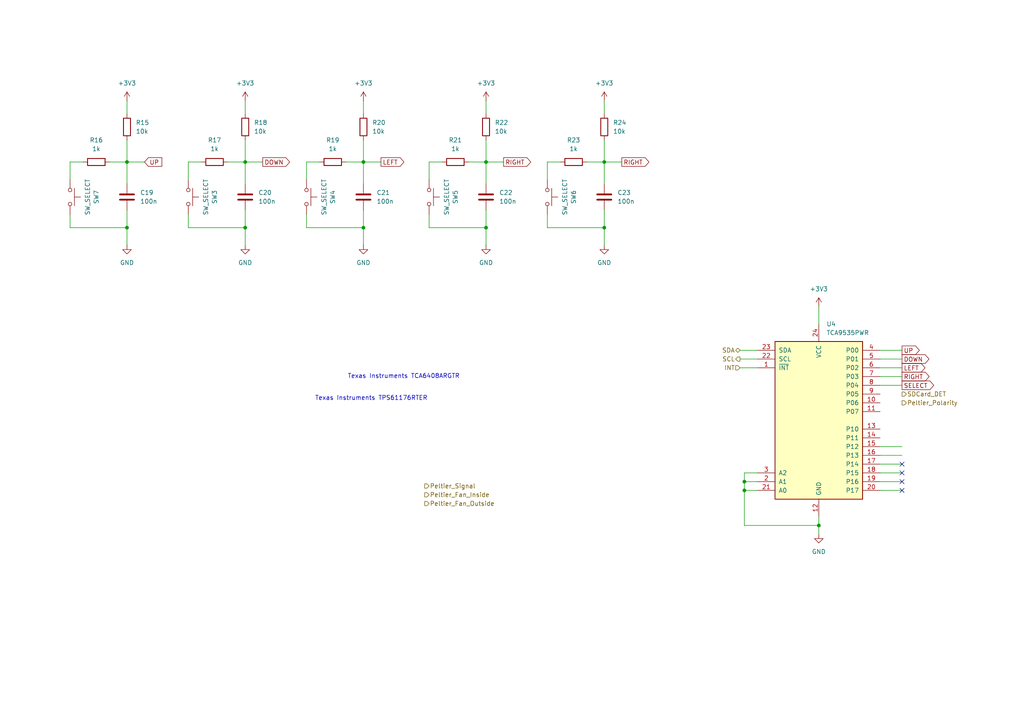
<source format=kicad_sch>
(kicad_sch (version 20231120) (generator "eeschema") (generator_version "8.0")
  (paper "A4")
  (lib_symbols
    (symbol "Device:C" (pin_numbers hide) (pin_names (offset 0.254))
      (property "Reference" "C" (at 0.635 2.54 0))
      (property "Value" "C" (at 0.635 -2.54 0))
      (symbol "C_0_1"
        (polyline (pts (xy -2.032 -0.762) (xy 2.032 -0.762)) (stroke (width 0.508)))
        (polyline (pts (xy -2.032 0.762) (xy 2.032 0.762)) (stroke (width 0.508)))
      )
      (symbol "C_1_1"
        (pin passive line (at 0 3.81 270) (length 2.794) (name "~") (number "1"))
        (pin passive line (at 0 -3.81 90) (length 2.794) (name "~") (number "2"))
      )
    )
    (symbol "Device:R" (pin_numbers hide) (pin_names (offset 0))
      (property "Reference" "R" (at 2.032 0 90))
      (property "Value" "R" (at 0 0 90))
      (symbol "R_0_1"
        (rectangle (start -1.016 -2.54) (end 1.016 2.54) (stroke (width 0.254)))
      )
      (symbol "R_1_1"
        (pin passive line (at 0 3.81 270) (length 1.27) (name "~") (number "1"))
        (pin passive line (at 0 -3.81 90) (length 1.27) (name "~") (number "2"))
      )
    )
    (symbol "GND_1" (power) (pin_numbers hide) (pin_names (offset 0) hide)
      (property "Value" "GND" (at 0 -3.81 0))
      (symbol "GND_1_0_1"
        (polyline (pts (xy 0 0) (xy 0 -1.27) (xy 1.27 -1.27) (xy 0 -2.54) (xy -1.27 -1.27) (xy 0 -1.27)))
      )
      (symbol "GND_1_1_1"
        (pin power_in line (at 0 0 270) (length 0) (name "~") (number "1"))
      )
    )
    (symbol "Interface_Expansion:TCA9535PWR" (pin_names (offset 1.016))
      (property "Reference" "U" (at -11.43 24.13 0))
      (property "Value" "TCA9535PWR" (at 0 0 0))
      (symbol "TCA9535PWR_0_1"
        (rectangle (start -12.7 22.86) (end 12.7 -22.86) (stroke (width 0.254)) (fill (type background)))
      )
      (symbol "TCA9535PWR_1_1"
        (pin open_collector line (at -17.78 15.24 0) (length 5.08) (name "~{INT}") (number "1"))
        (pin bidirectional line (at 17.78 5.08 180) (length 5.08) (name "P06") (number "10"))
        (pin bidirectional line (at 17.78 2.54 180) (length 5.08) (name "P07") (number "11"))
        (pin power_in line (at 0 -27.94 90) (length 5.08) (name "GND") (number "12"))
        (pin bidirectional line (at 17.78 -2.54 180) (length 5.08) (name "P10") (number "13"))
        (pin bidirectional line (at 17.78 -5.08 180) (length 5.08) (name "P11") (number "14"))
        (pin bidirectional line (at 17.78 -7.62 180) (length 5.08) (name "P12") (number "15"))
        (pin bidirectional line (at 17.78 -10.16 180) (length 5.08) (name "P13") (number "16"))
        (pin bidirectional line (at 17.78 -12.7 180) (length 5.08) (name "P14") (number "17"))
        (pin bidirectional line (at 17.78 -15.24 180) (length 5.08) (name "P15") (number "18"))
        (pin bidirectional line (at 17.78 -17.78 180) (length 5.08) (name "P16") (number "19"))
        (pin input line (at -17.78 -17.78 0) (length 5.08) (name "A1") (number "2"))
        (pin bidirectional line (at 17.78 -20.32 180) (length 5.08) (name "P17") (number "20"))
        (pin input line (at -17.78 -20.32 0) (length 5.08) (name "A0") (number "21"))
        (pin input line (at -17.78 17.78 0) (length 5.08) (name "SCL") (number "22"))
        (pin bidirectional line (at -17.78 20.32 0) (length 5.08) (name "SDA") (number "23"))
        (pin power_in line (at 0 27.94 270) (length 5.08) (name "VCC") (number "24"))
        (pin input line (at -17.78 -15.24 0) (length 5.08) (name "A2") (number "3"))
        (pin bidirectional line (at 17.78 20.32 180) (length 5.08) (name "P00") (number "4"))
        (pin bidirectional line (at 17.78 17.78 180) (length 5.08) (name "P01") (number "5"))
        (pin bidirectional line (at 17.78 15.24 180) (length 5.08) (name "P02") (number "6"))
        (pin bidirectional line (at 17.78 12.7 180) (length 5.08) (name "P03") (number "7"))
        (pin bidirectional line (at 17.78 10.16 180) (length 5.08) (name "P04") (number "8"))
        (pin bidirectional line (at 17.78 7.62 180) (length 5.08) (name "P05") (number "9"))
      )
    )
    (symbol "Switch:SW_Push" (pin_numbers hide) (pin_names (offset 1.016) hide)
      (property "Reference" "SW" (at 1.27 2.54 0))
      (property "Value" "SW_Push" (at 0 -1.524 0))
      (symbol "SW_Push_0_1"
        (circle (center -2.032 0) (radius 0.508))
        (polyline (pts (xy 0 1.27) (xy 0 3.048)))
        (polyline (pts (xy 2.54 1.27) (xy -2.54 1.27)))
        (circle (center 2.032 0) (radius 0.508))
        (pin passive line (at -5.08 0 0) (length 2.54) (name "1") (number "1"))
        (pin passive line (at 5.08 0 180) (length 2.54) (name "2") (number "2"))
      )
    )
    (symbol "power:+3V3" (power) (pin_numbers hide) (pin_names (offset 0) hide)
      (property "Value" "+3V3" (at 0 3.556 0))
      (symbol "+3V3_0_1"
        (polyline (pts (xy -0.762 1.27) (xy 0 2.54)))
        (polyline (pts (xy 0 0) (xy 0 2.54)))
        (polyline (pts (xy 0 2.54) (xy 0.762 1.27)))
      )
      (symbol "+3V3_1_1"
        (pin power_in line (at 0 0 90) (length 0) (name "~") (number "1"))
      )
    )
    (symbol "power:GND" (power) (pin_names (offset 0))
      (property "Value" "GND" (at 0 -3.81 0))
      (symbol "GND_0_1"
        (polyline (pts (xy 0 0) (xy 0 -1.27) (xy 1.27 -1.27) (xy 0 -2.54) (xy -1.27 -1.27) (xy 0 -1.27)))
      )
      (symbol "GND_1_1"
        (pin power_in line (at 0 0 270) (length 0) hide (name "GND") (number "1"))
      )
    )
  )
  (junction (at 175.26 66.04))
  (junction (at 71.12 66.04))
  (junction (at 105.41 66.04))
  (junction (at 175.26 46.99))
  (junction (at 140.97 46.99))
  (junction (at 215.9 142.24))
  (junction (at 215.9 139.7))
  (junction (at 237.49 152.4))
  (junction (at 71.12 46.99))
  (junction (at 36.83 46.99))
  (junction (at 140.97 66.04))
  (junction (at 105.41 46.99))
  (junction (at 36.83 66.04))
  (no_connect (at 261.62 134.62))
  (no_connect (at 261.62 137.16))
  (no_connect (at 261.62 139.7))
  (no_connect (at 261.62 142.24))
  (wire (pts (xy 219.71 137.16) (xy 215.9 137.16)))
  (wire (pts (xy 175.26 29.21) (xy 175.26 33.02)))
  (wire (pts (xy 36.83 66.04) (xy 36.83 71.12)))
  (wire (pts (xy 124.46 62.23) (xy 124.46 66.04)))
  (wire (pts (xy 261.62 109.22) (xy 255.27 109.22)))
  (wire (pts (xy 88.9 46.99) (xy 88.9 52.07)))
  (wire (pts (xy 158.75 66.04) (xy 175.26 66.04)))
  (wire (pts (xy 71.12 46.99) (xy 71.12 53.34)))
  (wire (pts (xy 105.41 66.04) (xy 105.41 71.12)))
  (wire (pts (xy 36.83 40.64) (xy 36.83 46.99)))
  (wire (pts (xy 215.9 152.4) (xy 237.49 152.4)))
  (wire (pts (xy 140.97 46.99) (xy 146.05 46.99)))
  (wire (pts (xy 175.26 60.96) (xy 175.26 66.04)))
  (wire (pts (xy 71.12 40.64) (xy 71.12 46.99)))
  (wire (pts (xy 128.27 46.99) (xy 124.46 46.99)))
  (wire (pts (xy 261.62 129.54) (xy 255.27 129.54)))
  (wire (pts (xy 71.12 46.99) (xy 76.2 46.99)))
  (wire (pts (xy 237.49 88.9) (xy 237.49 93.98)))
  (wire (pts (xy 100.33 46.99) (xy 105.41 46.99)))
  (wire (pts (xy 175.26 46.99) (xy 180.34 46.99)))
  (wire (pts (xy 66.04 46.99) (xy 71.12 46.99)))
  (wire (pts (xy 158.75 46.99) (xy 158.75 52.07)))
  (wire (pts (xy 88.9 62.23) (xy 88.9 66.04)))
  (wire (pts (xy 237.49 152.4) (xy 237.49 154.94)))
  (wire (pts (xy 88.9 66.04) (xy 105.41 66.04)))
  (wire (pts (xy 124.46 46.99) (xy 124.46 52.07)))
  (wire (pts (xy 158.75 62.23) (xy 158.75 66.04)))
  (wire (pts (xy 24.13 46.99) (xy 20.32 46.99)))
  (wire (pts (xy 215.9 139.7) (xy 215.9 142.24)))
  (wire (pts (xy 31.75 46.99) (xy 36.83 46.99)))
  (wire (pts (xy 58.42 46.99) (xy 54.61 46.99)))
  (wire (pts (xy 54.61 62.23) (xy 54.61 66.04)))
  (wire (pts (xy 36.83 46.99) (xy 41.91 46.99)))
  (wire (pts (xy 54.61 46.99) (xy 54.61 52.07)))
  (wire (pts (xy 261.62 106.68) (xy 255.27 106.68)))
  (wire (pts (xy 261.62 104.14) (xy 255.27 104.14)))
  (wire (pts (xy 261.62 101.6) (xy 255.27 101.6)))
  (wire (pts (xy 36.83 60.96) (xy 36.83 66.04)))
  (wire (pts (xy 140.97 29.21) (xy 140.97 33.02)))
  (wire (pts (xy 20.32 66.04) (xy 36.83 66.04)))
  (wire (pts (xy 135.89 46.99) (xy 140.97 46.99)))
  (wire (pts (xy 124.46 66.04) (xy 140.97 66.04)))
  (wire (pts (xy 214.63 106.68) (xy 219.71 106.68)))
  (wire (pts (xy 237.49 149.86) (xy 237.49 152.4)))
  (wire (pts (xy 71.12 29.21) (xy 71.12 33.02)))
  (wire (pts (xy 20.32 62.23) (xy 20.32 66.04)))
  (wire (pts (xy 71.12 66.04) (xy 71.12 71.12)))
  (wire (pts (xy 261.62 111.76) (xy 255.27 111.76)))
  (wire (pts (xy 170.18 46.99) (xy 175.26 46.99)))
  (wire (pts (xy 140.97 46.99) (xy 140.97 53.34)))
  (wire (pts (xy 175.26 40.64) (xy 175.26 46.99)))
  (wire (pts (xy 36.83 46.99) (xy 36.83 53.34)))
  (wire (pts (xy 105.41 60.96) (xy 105.41 66.04)))
  (wire (pts (xy 219.71 139.7) (xy 215.9 139.7)))
  (wire (pts (xy 105.41 46.99) (xy 105.41 53.34)))
  (wire (pts (xy 71.12 60.96) (xy 71.12 66.04)))
  (wire (pts (xy 54.61 66.04) (xy 71.12 66.04)))
  (wire (pts (xy 261.62 134.62) (xy 255.27 134.62)))
  (wire (pts (xy 105.41 29.21) (xy 105.41 33.02)))
  (wire (pts (xy 20.32 46.99) (xy 20.32 52.07)))
  (wire (pts (xy 105.41 40.64) (xy 105.41 46.99)))
  (wire (pts (xy 214.63 104.14) (xy 219.71 104.14)))
  (wire (pts (xy 261.62 139.7) (xy 255.27 139.7)))
  (wire (pts (xy 140.97 66.04) (xy 140.97 71.12)))
  (wire (pts (xy 214.63 101.6) (xy 219.71 101.6)))
  (wire (pts (xy 105.41 46.99) (xy 110.49 46.99)))
  (wire (pts (xy 215.9 137.16) (xy 215.9 139.7)))
  (wire (pts (xy 261.62 142.24) (xy 255.27 142.24)))
  (wire (pts (xy 255.27 132.08) (xy 261.62 132.08)))
  (wire (pts (xy 162.56 46.99) (xy 158.75 46.99)))
  (wire (pts (xy 215.9 142.24) (xy 215.9 152.4)))
  (wire (pts (xy 175.26 66.04) (xy 175.26 71.12)))
  (wire (pts (xy 261.62 137.16) (xy 255.27 137.16)))
  (wire (pts (xy 219.71 142.24) (xy 215.9 142.24)))
  (wire (pts (xy 140.97 60.96) (xy 140.97 66.04)))
  (wire (pts (xy 36.83 29.21) (xy 36.83 33.02)))
  (wire (pts (xy 92.71 46.99) (xy 88.9 46.99)))
  (wire (pts (xy 175.26 46.99) (xy 175.26 53.34)))
  (wire (pts (xy 140.97 40.64) (xy 140.97 46.99)))
  (text "Texas Instruments TCA6408ARGTR" (at 117.094 109.22 0) (effects (font (size 1.27 1.27))))
  (text "Texas Instruments TPS61176RTER" (at 107.696 115.57 0) (effects (font (size 1.27 1.27))))
  (global_label "DOWN" (shape output) (at 261.62 104.14 0) (property "Intersheetrefs" "${INTERSHEET_REFS}" (effects (hide yes))))
  (global_label "LEFT" (shape output) (at 110.49 46.99 0) (property "Intersheetrefs" "${INTERSHEET_REFS}" (effects (hide yes))))
  (global_label "RIGHT" (shape output) (at 261.62 109.22 0) (property "Intersheetrefs" "${INTERSHEET_REFS}" (effects (hide yes))))
  (global_label "RIGHT" (shape output) (at 146.05 46.99 0) (property "Intersheetrefs" "${INTERSHEET_REFS}" (effects (hide yes))))
  (global_label "SELECT" (shape output) (at 261.62 111.76 0) (property "Intersheetrefs" "${INTERSHEET_REFS}" (effects (hide yes))))
  (global_label "UP" (shape output) (at 261.62 101.6 0) (property "Intersheetrefs" "${INTERSHEET_REFS}" (effects (hide yes))))
  (global_label "RIGHT" (shape output) (at 180.34 46.99 0) (property "Intersheetrefs" "${INTERSHEET_REFS}" (effects (hide yes))))
  (global_label "DOWN" (shape output) (at 76.2 46.99 0) (property "Intersheetrefs" "${INTERSHEET_REFS}" (effects (hide yes))))
  (global_label "LEFT" (shape output) (at 261.62 106.68 0) (property "Intersheetrefs" "${INTERSHEET_REFS}" (effects (hide yes))))
  (global_label "UP" (shape input) (at 41.91 46.99 0) (property "Intersheetrefs" "${INTERSHEET_REFS}" (effects (hide yes))))
  (hierarchical_label "Peltier_Signal" (shape output) (at 123.19 140.97 0))
  (hierarchical_label "Peltier_Fan_Inside" (shape output) (at 123.19 143.51 0))
  (hierarchical_label "Peltier_Fan_Outside" (shape output) (at 123.19 146.05 0))
  (hierarchical_label "SDA" (shape bidirectional) (at 214.63 101.6 180))
  (hierarchical_label "INT" (shape input) (at 214.63 106.68 180))
  (hierarchical_label "SDCard_DET" (shape output) (at 261.62 114.3 0))
  (hierarchical_label "Peltier_Polarity" (shape output) (at 261.62 116.84 0))
  (hierarchical_label "SCL" (shape output) (at 214.63 104.14 180))
  (symbol (lib_id "power:+3V3") (at 140.97 29.21 0) (unit 1)
    (property "Reference" "#PWR032" (effects (hide yes)))
    (property "Value" "+3V3" (at 140.97 24.13 0))
    (property "Description" "Power symbol creates a global label with name \"+3V3\"" (effects (hide yes)))
  )
  (symbol (lib_id "power:+3V3") (at 105.41 29.21 0) (unit 1)
    (property "Reference" "#PWR016" (effects (hide yes)))
    (property "Value" "+3V3" (at 105.41 24.13 0))
    (property "Description" "Power symbol creates a global label with name \"+3V3\"" (effects (hide yes)))
  )
  (symbol (lib_id "Interface_Expansion:TCA9535PWR") (at 237.49 121.92 0) (unit 1)
    (property "Reference" "U4" (at 239.6841 93.98 0) (effects (justify left)))
    (property "Value" "TCA9535PWR" (at 239.6841 96.52 0) (effects (justify left)))
    (property "Footprint" "Package_SO:TSSOP-24_4.4x7.8mm_P0.65mm" (effects (hide yes)))
    (property "Datasheet" "http://www.ti.com/lit/ds/symlink/tca9535.pdf" (effects (hide yes)))
  )
  (symbol (lib_name "GND_1") (lib_id "power:GND") (at 175.26 71.12 0) (unit 1)
    (property "Reference" "#PWR035" (effects (hide yes)))
    (property "Value" "GND" (at 175.26 76.2 0))
    (property "Description" "Power symbol creates a global label with name \"GND\" , ground" (effects (hide yes)))
  )
  (symbol (lib_id "Switch:SW_Push") (at 20.32 57.15 270) (unit 1)
    (property "Reference" "SW7" (at 27.94 57.15 0))
    (property "Value" "SW_SELECT" (at 25.4 57.15 0))
    (property "Description" "Push button switch, generic, two pins" (effects (hide yes)))
  )
  (symbol (lib_name "GND_1") (lib_id "power:GND") (at 71.12 71.12 0) (unit 1)
    (property "Reference" "#PWR015" (effects (hide yes)))
    (property "Value" "GND" (at 71.12 76.2 0))
    (property "Description" "Power symbol creates a global label with name \"GND\" , ground" (effects (hide yes)))
  )
  (symbol (lib_id "Device:R") (at 36.83 36.83 0) (unit 1)
    (property "Reference" "R15" (at 39.37 35.5599 0) (effects (justify left)))
    (property "Value" "10k" (at 39.37 38.0999 0) (effects (justify left)))
    (property "Footprint" "Resistor_SMD:R_0402_1005Metric_Pad0.72x0.64mm_HandSolder" (effects (hide yes)))
  )
  (symbol (lib_id "Switch:SW_Push") (at 124.46 57.15 270) (unit 1)
    (property "Reference" "SW5" (at 132.08 57.15 0))
    (property "Value" "SW_SELECT" (at 129.54 57.15 0))
    (property "Description" "Push button switch, generic, two pins" (effects (hide yes)))
  )
  (symbol (lib_id "power:+3V3") (at 237.49 88.9 0) (unit 1)
    (property "Reference" "#PWR028" (effects (hide yes)))
    (property "Value" "+3V3" (at 237.49 83.82 0))
    (property "Description" "Power symbol creates a global label with name \"+3V3\"" (effects (hide yes)))
  )
  (symbol (lib_id "Device:R") (at 71.12 36.83 0) (unit 1)
    (property "Reference" "R18" (at 73.66 35.5599 0) (effects (justify left)))
    (property "Value" "10k" (at 73.66 38.0999 0) (effects (justify left)))
    (property "Footprint" "Resistor_SMD:R_0402_1005Metric_Pad0.72x0.64mm_HandSolder" (effects (hide yes)))
  )
  (symbol (lib_id "Device:R") (at 166.37 46.99 90) (unit 1)
    (property "Reference" "R23" (at 166.37 40.64 90))
    (property "Value" "1k" (at 166.37 43.18 90))
    (property "Footprint" "Resistor_SMD:R_0402_1005Metric_Pad0.72x0.64mm_HandSolder" (effects (hide yes)))
  )
  (symbol (lib_id "power:+3V3") (at 71.12 29.21 0) (unit 1)
    (property "Reference" "#PWR013" (effects (hide yes)))
    (property "Value" "+3V3" (at 71.12 24.13 0))
    (property "Description" "Power symbol creates a global label with name \"+3V3\"" (effects (hide yes)))
  )
  (symbol (lib_id "Device:R") (at 62.23 46.99 90) (unit 1)
    (property "Reference" "R17" (at 62.23 40.64 90))
    (property "Value" "1k" (at 62.23 43.18 90))
    (property "Footprint" "Resistor_SMD:R_0402_1005Metric_Pad0.72x0.64mm_HandSolder" (effects (hide yes)))
  )
  (symbol (lib_id "Device:R") (at 27.94 46.99 90) (unit 1)
    (property "Reference" "R16" (at 27.94 40.64 90))
    (property "Value" "1k" (at 27.94 43.18 90))
    (property "Footprint" "Resistor_SMD:R_0402_1005Metric_Pad0.72x0.64mm_HandSolder" (effects (hide yes)))
  )
  (symbol (lib_id "Device:R") (at 132.08 46.99 90) (unit 1)
    (property "Reference" "R21" (at 132.08 40.64 90))
    (property "Value" "1k" (at 132.08 43.18 90))
    (property "Footprint" "Resistor_SMD:R_0402_1005Metric_Pad0.72x0.64mm_HandSolder" (effects (hide yes)))
  )
  (symbol (lib_id "Switch:SW_Push") (at 158.75 57.15 270) (unit 1)
    (property "Reference" "SW6" (at 166.37 57.15 0))
    (property "Value" "SW_SELECT" (at 163.83 57.15 0))
    (property "Description" "Push button switch, generic, two pins" (effects (hide yes)))
  )
  (symbol (lib_name "GND_1") (lib_id "power:GND") (at 36.83 71.12 0) (unit 1)
    (property "Reference" "#PWR030" (effects (hide yes)))
    (property "Value" "GND" (at 36.83 76.2 0))
    (property "Description" "Power symbol creates a global label with name \"GND\" , ground" (effects (hide yes)))
  )
  (symbol (lib_id "Device:R") (at 140.97 36.83 0) (unit 1)
    (property "Reference" "R22" (at 143.51 35.5599 0) (effects (justify left)))
    (property "Value" "10k" (at 143.51 38.0999 0) (effects (justify left)))
    (property "Footprint" "Resistor_SMD:R_0402_1005Metric_Pad0.72x0.64mm_HandSolder" (effects (hide yes)))
  )
  (symbol (lib_id "Switch:SW_Push") (at 54.61 57.15 270) (unit 1)
    (property "Reference" "SW3" (at 62.23 57.15 0))
    (property "Value" "SW_SELECT" (at 59.69 57.15 0))
    (property "Description" "Push button switch, generic, two pins" (effects (hide yes)))
  )
  (symbol (lib_id "Device:C") (at 140.97 57.15 0) (unit 1)
    (property "Reference" "C22" (at 144.78 55.8799 0) (effects (justify left)))
    (property "Value" "100n" (at 144.78 58.42 0) (effects (justify left)))
    (property "Footprint" "Capacitor_SMD:C_0402_1005Metric_Pad0.74x0.62mm_HandSolder" (effects (hide yes)))
  )
  (symbol (lib_id "power:+3V3") (at 36.83 29.21 0) (unit 1)
    (property "Reference" "#PWR029" (effects (hide yes)))
    (property "Value" "+3V3" (at 36.83 24.13 0))
    (property "Description" "Power symbol creates a global label with name \"+3V3\"" (effects (hide yes)))
  )
  (symbol (lib_id "Device:C") (at 71.12 57.15 0) (unit 1)
    (property "Reference" "C20" (at 74.93 55.8799 0) (effects (justify left)))
    (property "Value" "100n" (at 74.93 58.42 0) (effects (justify left)))
    (property "Footprint" "Capacitor_SMD:C_0402_1005Metric_Pad0.74x0.62mm_HandSolder" (effects (hide yes)))
  )
  (symbol (lib_name "GND_1") (lib_id "power:GND") (at 105.41 71.12 0) (unit 1)
    (property "Reference" "#PWR017" (effects (hide yes)))
    (property "Value" "GND" (at 105.41 76.2 0))
    (property "Description" "Power symbol creates a global label with name \"GND\" , ground" (effects (hide yes)))
  )
  (symbol (lib_id "Device:C") (at 36.83 57.15 0) (unit 1)
    (property "Reference" "C19" (at 40.64 55.8799 0) (effects (justify left)))
    (property "Value" "100n" (at 40.64 58.42 0) (effects (justify left)))
    (property "Footprint" "Capacitor_SMD:C_0402_1005Metric_Pad0.74x0.62mm_HandSolder" (effects (hide yes)))
  )
  (symbol (lib_id "power:+3V3") (at 175.26 29.21 0) (unit 1)
    (property "Reference" "#PWR034" (effects (hide yes)))
    (property "Value" "+3V3" (at 175.26 24.13 0))
    (property "Description" "Power symbol creates a global label with name \"+3V3\"" (effects (hide yes)))
  )
  (symbol (lib_name "GND_1") (lib_id "power:GND") (at 140.97 71.12 0) (unit 1)
    (property "Reference" "#PWR033" (effects (hide yes)))
    (property "Value" "GND" (at 140.97 76.2 0))
    (property "Description" "Power symbol creates a global label with name \"GND\" , ground" (effects (hide yes)))
  )
  (symbol (lib_id "Device:R") (at 105.41 36.83 0) (unit 1)
    (property "Reference" "R20" (at 107.95 35.5599 0) (effects (justify left)))
    (property "Value" "10k" (at 107.95 38.0999 0) (effects (justify left)))
    (property "Footprint" "Resistor_SMD:R_0402_1005Metric_Pad0.72x0.64mm_HandSolder" (effects (hide yes)))
  )
  (symbol (lib_id "Device:C") (at 175.26 57.15 0) (unit 1)
    (property "Reference" "C23" (at 179.07 55.8799 0) (effects (justify left)))
    (property "Value" "100n" (at 179.07 58.42 0) (effects (justify left)))
    (property "Footprint" "Capacitor_SMD:C_0402_1005Metric_Pad0.74x0.62mm_HandSolder" (effects (hide yes)))
  )
  (symbol (lib_id "Device:R") (at 96.52 46.99 90) (unit 1)
    (property "Reference" "R19" (at 96.52 40.64 90))
    (property "Value" "1k" (at 96.52 43.18 90))
    (property "Footprint" "Resistor_SMD:R_0402_1005Metric_Pad0.72x0.64mm_HandSolder" (effects (hide yes)))
  )
  (symbol (lib_id "Switch:SW_Push") (at 88.9 57.15 270) (unit 1)
    (property "Reference" "SW4" (at 96.52 57.15 0))
    (property "Value" "SW_SELECT" (at 93.98 57.15 0))
    (property "Description" "Push button switch, generic, two pins" (effects (hide yes)))
  )
  (symbol (lib_id "Device:C") (at 105.41 57.15 0) (unit 1)
    (property "Reference" "C21" (at 109.22 55.8799 0) (effects (justify left)))
    (property "Value" "100n" (at 109.22 58.42 0) (effects (justify left)))
    (property "Footprint" "Capacitor_SMD:C_0402_1005Metric_Pad0.74x0.62mm_HandSolder" (effects (hide yes)))
  )
  (symbol (lib_id "Device:R") (at 175.26 36.83 0) (unit 1)
    (property "Reference" "R24" (at 177.8 35.5599 0) (effects (justify left)))
    (property "Value" "10k" (at 177.8 38.0999 0) (effects (justify left)))
    (property "Footprint" "Resistor_SMD:R_0402_1005Metric_Pad0.72x0.64mm_HandSolder" (effects (hide yes)))
  )
  (symbol (lib_id "power:GND") (at 237.49 154.94 0) (unit 1)
    (property "Reference" "#PWR027" (effects (hide yes)))
    (property "Value" "GND" (at 237.49 160.02 0))
  )
)
</source>
